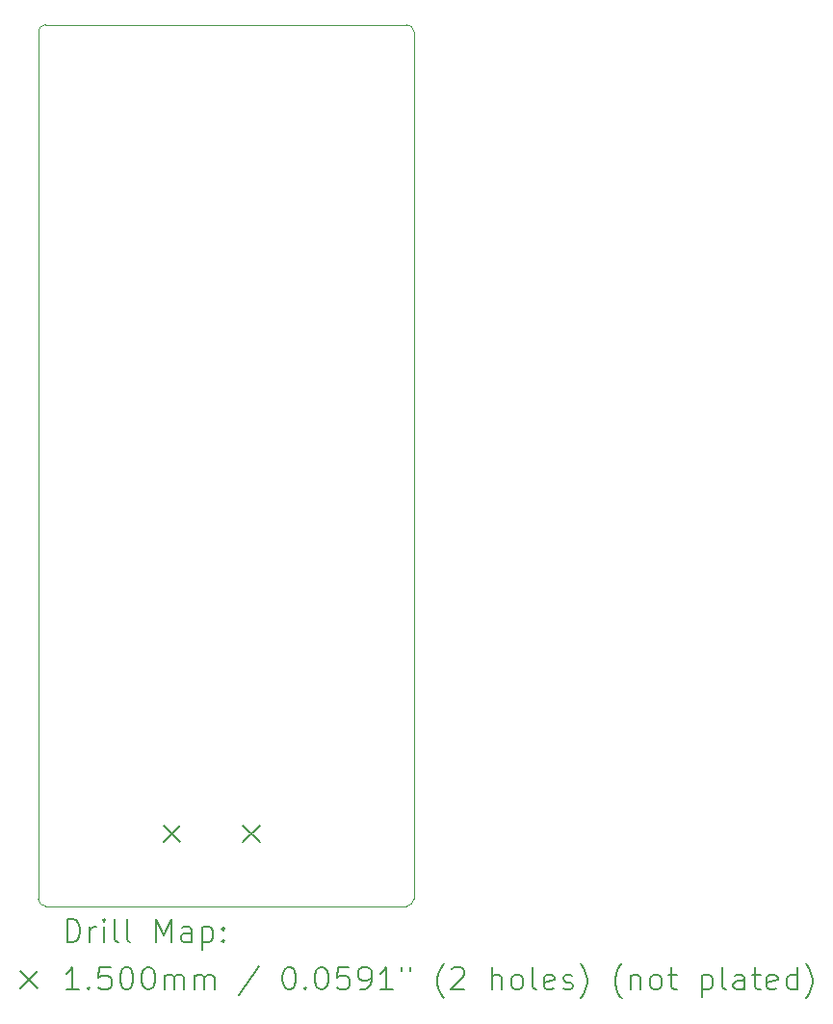
<source format=gbr>
%TF.GenerationSoftware,KiCad,Pcbnew,6.0.9-8da3e8f707~116~ubuntu20.04.1*%
%TF.CreationDate,2022-12-17T22:05:49+01:00*%
%TF.ProjectId,pcm_pmod,70636d5f-706d-46f6-942e-6b696361645f,rev?*%
%TF.SameCoordinates,Original*%
%TF.FileFunction,Drillmap*%
%TF.FilePolarity,Positive*%
%FSLAX45Y45*%
G04 Gerber Fmt 4.5, Leading zero omitted, Abs format (unit mm)*
G04 Created by KiCad (PCBNEW 6.0.9-8da3e8f707~116~ubuntu20.04.1) date 2022-12-17 22:05:49*
%MOMM*%
%LPD*%
G01*
G04 APERTURE LIST*
%ADD10C,0.100000*%
%ADD11C,0.200000*%
%ADD12C,0.150000*%
G04 APERTURE END LIST*
D10*
X9842500Y-6604000D02*
G75*
G03*
X9779000Y-6667500I0J-63500D01*
G01*
X9779000Y-14287500D02*
X9779000Y-6667500D01*
X13017500Y-14351000D02*
X9842500Y-14351000D01*
X13017500Y-14351000D02*
G75*
G03*
X13081000Y-14287500I0J63500D01*
G01*
X9779000Y-14287500D02*
G75*
G03*
X9842500Y-14351000I63500J0D01*
G01*
X9842500Y-6604000D02*
X13017500Y-6604000D01*
X13081000Y-6667500D02*
X13081000Y-14287500D01*
X13081000Y-6667500D02*
G75*
G03*
X13017500Y-6604000I-63500J0D01*
G01*
D11*
D12*
X10877500Y-13641000D02*
X11027500Y-13791000D01*
X11027500Y-13641000D02*
X10877500Y-13791000D01*
X11577500Y-13641000D02*
X11727500Y-13791000D01*
X11727500Y-13641000D02*
X11577500Y-13791000D01*
D11*
X10031619Y-14666476D02*
X10031619Y-14466476D01*
X10079238Y-14466476D01*
X10107810Y-14476000D01*
X10126857Y-14495048D01*
X10136381Y-14514095D01*
X10145905Y-14552190D01*
X10145905Y-14580762D01*
X10136381Y-14618857D01*
X10126857Y-14637905D01*
X10107810Y-14656952D01*
X10079238Y-14666476D01*
X10031619Y-14666476D01*
X10231619Y-14666476D02*
X10231619Y-14533143D01*
X10231619Y-14571238D02*
X10241143Y-14552190D01*
X10250667Y-14542667D01*
X10269714Y-14533143D01*
X10288762Y-14533143D01*
X10355429Y-14666476D02*
X10355429Y-14533143D01*
X10355429Y-14466476D02*
X10345905Y-14476000D01*
X10355429Y-14485524D01*
X10364952Y-14476000D01*
X10355429Y-14466476D01*
X10355429Y-14485524D01*
X10479238Y-14666476D02*
X10460190Y-14656952D01*
X10450667Y-14637905D01*
X10450667Y-14466476D01*
X10584000Y-14666476D02*
X10564952Y-14656952D01*
X10555429Y-14637905D01*
X10555429Y-14466476D01*
X10812571Y-14666476D02*
X10812571Y-14466476D01*
X10879238Y-14609333D01*
X10945905Y-14466476D01*
X10945905Y-14666476D01*
X11126857Y-14666476D02*
X11126857Y-14561714D01*
X11117333Y-14542667D01*
X11098286Y-14533143D01*
X11060190Y-14533143D01*
X11041143Y-14542667D01*
X11126857Y-14656952D02*
X11107810Y-14666476D01*
X11060190Y-14666476D01*
X11041143Y-14656952D01*
X11031619Y-14637905D01*
X11031619Y-14618857D01*
X11041143Y-14599809D01*
X11060190Y-14590286D01*
X11107810Y-14590286D01*
X11126857Y-14580762D01*
X11222095Y-14533143D02*
X11222095Y-14733143D01*
X11222095Y-14542667D02*
X11241143Y-14533143D01*
X11279238Y-14533143D01*
X11298286Y-14542667D01*
X11307809Y-14552190D01*
X11317333Y-14571238D01*
X11317333Y-14628381D01*
X11307809Y-14647428D01*
X11298286Y-14656952D01*
X11279238Y-14666476D01*
X11241143Y-14666476D01*
X11222095Y-14656952D01*
X11403048Y-14647428D02*
X11412571Y-14656952D01*
X11403048Y-14666476D01*
X11393524Y-14656952D01*
X11403048Y-14647428D01*
X11403048Y-14666476D01*
X11403048Y-14542667D02*
X11412571Y-14552190D01*
X11403048Y-14561714D01*
X11393524Y-14552190D01*
X11403048Y-14542667D01*
X11403048Y-14561714D01*
D12*
X9624000Y-14921000D02*
X9774000Y-15071000D01*
X9774000Y-14921000D02*
X9624000Y-15071000D01*
D11*
X10136381Y-15086476D02*
X10022095Y-15086476D01*
X10079238Y-15086476D02*
X10079238Y-14886476D01*
X10060190Y-14915048D01*
X10041143Y-14934095D01*
X10022095Y-14943619D01*
X10222095Y-15067428D02*
X10231619Y-15076952D01*
X10222095Y-15086476D01*
X10212571Y-15076952D01*
X10222095Y-15067428D01*
X10222095Y-15086476D01*
X10412571Y-14886476D02*
X10317333Y-14886476D01*
X10307810Y-14981714D01*
X10317333Y-14972190D01*
X10336381Y-14962667D01*
X10384000Y-14962667D01*
X10403048Y-14972190D01*
X10412571Y-14981714D01*
X10422095Y-15000762D01*
X10422095Y-15048381D01*
X10412571Y-15067428D01*
X10403048Y-15076952D01*
X10384000Y-15086476D01*
X10336381Y-15086476D01*
X10317333Y-15076952D01*
X10307810Y-15067428D01*
X10545905Y-14886476D02*
X10564952Y-14886476D01*
X10584000Y-14896000D01*
X10593524Y-14905524D01*
X10603048Y-14924571D01*
X10612571Y-14962667D01*
X10612571Y-15010286D01*
X10603048Y-15048381D01*
X10593524Y-15067428D01*
X10584000Y-15076952D01*
X10564952Y-15086476D01*
X10545905Y-15086476D01*
X10526857Y-15076952D01*
X10517333Y-15067428D01*
X10507810Y-15048381D01*
X10498286Y-15010286D01*
X10498286Y-14962667D01*
X10507810Y-14924571D01*
X10517333Y-14905524D01*
X10526857Y-14896000D01*
X10545905Y-14886476D01*
X10736381Y-14886476D02*
X10755429Y-14886476D01*
X10774476Y-14896000D01*
X10784000Y-14905524D01*
X10793524Y-14924571D01*
X10803048Y-14962667D01*
X10803048Y-15010286D01*
X10793524Y-15048381D01*
X10784000Y-15067428D01*
X10774476Y-15076952D01*
X10755429Y-15086476D01*
X10736381Y-15086476D01*
X10717333Y-15076952D01*
X10707810Y-15067428D01*
X10698286Y-15048381D01*
X10688762Y-15010286D01*
X10688762Y-14962667D01*
X10698286Y-14924571D01*
X10707810Y-14905524D01*
X10717333Y-14896000D01*
X10736381Y-14886476D01*
X10888762Y-15086476D02*
X10888762Y-14953143D01*
X10888762Y-14972190D02*
X10898286Y-14962667D01*
X10917333Y-14953143D01*
X10945905Y-14953143D01*
X10964952Y-14962667D01*
X10974476Y-14981714D01*
X10974476Y-15086476D01*
X10974476Y-14981714D02*
X10984000Y-14962667D01*
X11003048Y-14953143D01*
X11031619Y-14953143D01*
X11050667Y-14962667D01*
X11060190Y-14981714D01*
X11060190Y-15086476D01*
X11155429Y-15086476D02*
X11155429Y-14953143D01*
X11155429Y-14972190D02*
X11164952Y-14962667D01*
X11184000Y-14953143D01*
X11212571Y-14953143D01*
X11231619Y-14962667D01*
X11241143Y-14981714D01*
X11241143Y-15086476D01*
X11241143Y-14981714D02*
X11250667Y-14962667D01*
X11269714Y-14953143D01*
X11298286Y-14953143D01*
X11317333Y-14962667D01*
X11326857Y-14981714D01*
X11326857Y-15086476D01*
X11717333Y-14876952D02*
X11545905Y-15134095D01*
X11974476Y-14886476D02*
X11993524Y-14886476D01*
X12012571Y-14896000D01*
X12022095Y-14905524D01*
X12031619Y-14924571D01*
X12041143Y-14962667D01*
X12041143Y-15010286D01*
X12031619Y-15048381D01*
X12022095Y-15067428D01*
X12012571Y-15076952D01*
X11993524Y-15086476D01*
X11974476Y-15086476D01*
X11955428Y-15076952D01*
X11945905Y-15067428D01*
X11936381Y-15048381D01*
X11926857Y-15010286D01*
X11926857Y-14962667D01*
X11936381Y-14924571D01*
X11945905Y-14905524D01*
X11955428Y-14896000D01*
X11974476Y-14886476D01*
X12126857Y-15067428D02*
X12136381Y-15076952D01*
X12126857Y-15086476D01*
X12117333Y-15076952D01*
X12126857Y-15067428D01*
X12126857Y-15086476D01*
X12260190Y-14886476D02*
X12279238Y-14886476D01*
X12298286Y-14896000D01*
X12307809Y-14905524D01*
X12317333Y-14924571D01*
X12326857Y-14962667D01*
X12326857Y-15010286D01*
X12317333Y-15048381D01*
X12307809Y-15067428D01*
X12298286Y-15076952D01*
X12279238Y-15086476D01*
X12260190Y-15086476D01*
X12241143Y-15076952D01*
X12231619Y-15067428D01*
X12222095Y-15048381D01*
X12212571Y-15010286D01*
X12212571Y-14962667D01*
X12222095Y-14924571D01*
X12231619Y-14905524D01*
X12241143Y-14896000D01*
X12260190Y-14886476D01*
X12507809Y-14886476D02*
X12412571Y-14886476D01*
X12403048Y-14981714D01*
X12412571Y-14972190D01*
X12431619Y-14962667D01*
X12479238Y-14962667D01*
X12498286Y-14972190D01*
X12507809Y-14981714D01*
X12517333Y-15000762D01*
X12517333Y-15048381D01*
X12507809Y-15067428D01*
X12498286Y-15076952D01*
X12479238Y-15086476D01*
X12431619Y-15086476D01*
X12412571Y-15076952D01*
X12403048Y-15067428D01*
X12612571Y-15086476D02*
X12650667Y-15086476D01*
X12669714Y-15076952D01*
X12679238Y-15067428D01*
X12698286Y-15038857D01*
X12707809Y-15000762D01*
X12707809Y-14924571D01*
X12698286Y-14905524D01*
X12688762Y-14896000D01*
X12669714Y-14886476D01*
X12631619Y-14886476D01*
X12612571Y-14896000D01*
X12603048Y-14905524D01*
X12593524Y-14924571D01*
X12593524Y-14972190D01*
X12603048Y-14991238D01*
X12612571Y-15000762D01*
X12631619Y-15010286D01*
X12669714Y-15010286D01*
X12688762Y-15000762D01*
X12698286Y-14991238D01*
X12707809Y-14972190D01*
X12898286Y-15086476D02*
X12784000Y-15086476D01*
X12841143Y-15086476D02*
X12841143Y-14886476D01*
X12822095Y-14915048D01*
X12803048Y-14934095D01*
X12784000Y-14943619D01*
X12974476Y-14886476D02*
X12974476Y-14924571D01*
X13050667Y-14886476D02*
X13050667Y-14924571D01*
X13345905Y-15162667D02*
X13336381Y-15153143D01*
X13317333Y-15124571D01*
X13307809Y-15105524D01*
X13298286Y-15076952D01*
X13288762Y-15029333D01*
X13288762Y-14991238D01*
X13298286Y-14943619D01*
X13307809Y-14915048D01*
X13317333Y-14896000D01*
X13336381Y-14867428D01*
X13345905Y-14857905D01*
X13412571Y-14905524D02*
X13422095Y-14896000D01*
X13441143Y-14886476D01*
X13488762Y-14886476D01*
X13507809Y-14896000D01*
X13517333Y-14905524D01*
X13526857Y-14924571D01*
X13526857Y-14943619D01*
X13517333Y-14972190D01*
X13403048Y-15086476D01*
X13526857Y-15086476D01*
X13764952Y-15086476D02*
X13764952Y-14886476D01*
X13850667Y-15086476D02*
X13850667Y-14981714D01*
X13841143Y-14962667D01*
X13822095Y-14953143D01*
X13793524Y-14953143D01*
X13774476Y-14962667D01*
X13764952Y-14972190D01*
X13974476Y-15086476D02*
X13955428Y-15076952D01*
X13945905Y-15067428D01*
X13936381Y-15048381D01*
X13936381Y-14991238D01*
X13945905Y-14972190D01*
X13955428Y-14962667D01*
X13974476Y-14953143D01*
X14003048Y-14953143D01*
X14022095Y-14962667D01*
X14031619Y-14972190D01*
X14041143Y-14991238D01*
X14041143Y-15048381D01*
X14031619Y-15067428D01*
X14022095Y-15076952D01*
X14003048Y-15086476D01*
X13974476Y-15086476D01*
X14155428Y-15086476D02*
X14136381Y-15076952D01*
X14126857Y-15057905D01*
X14126857Y-14886476D01*
X14307809Y-15076952D02*
X14288762Y-15086476D01*
X14250667Y-15086476D01*
X14231619Y-15076952D01*
X14222095Y-15057905D01*
X14222095Y-14981714D01*
X14231619Y-14962667D01*
X14250667Y-14953143D01*
X14288762Y-14953143D01*
X14307809Y-14962667D01*
X14317333Y-14981714D01*
X14317333Y-15000762D01*
X14222095Y-15019809D01*
X14393524Y-15076952D02*
X14412571Y-15086476D01*
X14450667Y-15086476D01*
X14469714Y-15076952D01*
X14479238Y-15057905D01*
X14479238Y-15048381D01*
X14469714Y-15029333D01*
X14450667Y-15019809D01*
X14422095Y-15019809D01*
X14403048Y-15010286D01*
X14393524Y-14991238D01*
X14393524Y-14981714D01*
X14403048Y-14962667D01*
X14422095Y-14953143D01*
X14450667Y-14953143D01*
X14469714Y-14962667D01*
X14545905Y-15162667D02*
X14555428Y-15153143D01*
X14574476Y-15124571D01*
X14584000Y-15105524D01*
X14593524Y-15076952D01*
X14603048Y-15029333D01*
X14603048Y-14991238D01*
X14593524Y-14943619D01*
X14584000Y-14915048D01*
X14574476Y-14896000D01*
X14555428Y-14867428D01*
X14545905Y-14857905D01*
X14907809Y-15162667D02*
X14898286Y-15153143D01*
X14879238Y-15124571D01*
X14869714Y-15105524D01*
X14860190Y-15076952D01*
X14850667Y-15029333D01*
X14850667Y-14991238D01*
X14860190Y-14943619D01*
X14869714Y-14915048D01*
X14879238Y-14896000D01*
X14898286Y-14867428D01*
X14907809Y-14857905D01*
X14984000Y-14953143D02*
X14984000Y-15086476D01*
X14984000Y-14972190D02*
X14993524Y-14962667D01*
X15012571Y-14953143D01*
X15041143Y-14953143D01*
X15060190Y-14962667D01*
X15069714Y-14981714D01*
X15069714Y-15086476D01*
X15193524Y-15086476D02*
X15174476Y-15076952D01*
X15164952Y-15067428D01*
X15155428Y-15048381D01*
X15155428Y-14991238D01*
X15164952Y-14972190D01*
X15174476Y-14962667D01*
X15193524Y-14953143D01*
X15222095Y-14953143D01*
X15241143Y-14962667D01*
X15250667Y-14972190D01*
X15260190Y-14991238D01*
X15260190Y-15048381D01*
X15250667Y-15067428D01*
X15241143Y-15076952D01*
X15222095Y-15086476D01*
X15193524Y-15086476D01*
X15317333Y-14953143D02*
X15393524Y-14953143D01*
X15345905Y-14886476D02*
X15345905Y-15057905D01*
X15355428Y-15076952D01*
X15374476Y-15086476D01*
X15393524Y-15086476D01*
X15612571Y-14953143D02*
X15612571Y-15153143D01*
X15612571Y-14962667D02*
X15631619Y-14953143D01*
X15669714Y-14953143D01*
X15688762Y-14962667D01*
X15698286Y-14972190D01*
X15707809Y-14991238D01*
X15707809Y-15048381D01*
X15698286Y-15067428D01*
X15688762Y-15076952D01*
X15669714Y-15086476D01*
X15631619Y-15086476D01*
X15612571Y-15076952D01*
X15822095Y-15086476D02*
X15803048Y-15076952D01*
X15793524Y-15057905D01*
X15793524Y-14886476D01*
X15984000Y-15086476D02*
X15984000Y-14981714D01*
X15974476Y-14962667D01*
X15955428Y-14953143D01*
X15917333Y-14953143D01*
X15898286Y-14962667D01*
X15984000Y-15076952D02*
X15964952Y-15086476D01*
X15917333Y-15086476D01*
X15898286Y-15076952D01*
X15888762Y-15057905D01*
X15888762Y-15038857D01*
X15898286Y-15019809D01*
X15917333Y-15010286D01*
X15964952Y-15010286D01*
X15984000Y-15000762D01*
X16050667Y-14953143D02*
X16126857Y-14953143D01*
X16079238Y-14886476D02*
X16079238Y-15057905D01*
X16088762Y-15076952D01*
X16107809Y-15086476D01*
X16126857Y-15086476D01*
X16269714Y-15076952D02*
X16250667Y-15086476D01*
X16212571Y-15086476D01*
X16193524Y-15076952D01*
X16184000Y-15057905D01*
X16184000Y-14981714D01*
X16193524Y-14962667D01*
X16212571Y-14953143D01*
X16250667Y-14953143D01*
X16269714Y-14962667D01*
X16279238Y-14981714D01*
X16279238Y-15000762D01*
X16184000Y-15019809D01*
X16450667Y-15086476D02*
X16450667Y-14886476D01*
X16450667Y-15076952D02*
X16431619Y-15086476D01*
X16393524Y-15086476D01*
X16374476Y-15076952D01*
X16364952Y-15067428D01*
X16355428Y-15048381D01*
X16355428Y-14991238D01*
X16364952Y-14972190D01*
X16374476Y-14962667D01*
X16393524Y-14953143D01*
X16431619Y-14953143D01*
X16450667Y-14962667D01*
X16526857Y-15162667D02*
X16536381Y-15153143D01*
X16555428Y-15124571D01*
X16564952Y-15105524D01*
X16574476Y-15076952D01*
X16584000Y-15029333D01*
X16584000Y-14991238D01*
X16574476Y-14943619D01*
X16564952Y-14915048D01*
X16555428Y-14896000D01*
X16536381Y-14867428D01*
X16526857Y-14857905D01*
M02*

</source>
